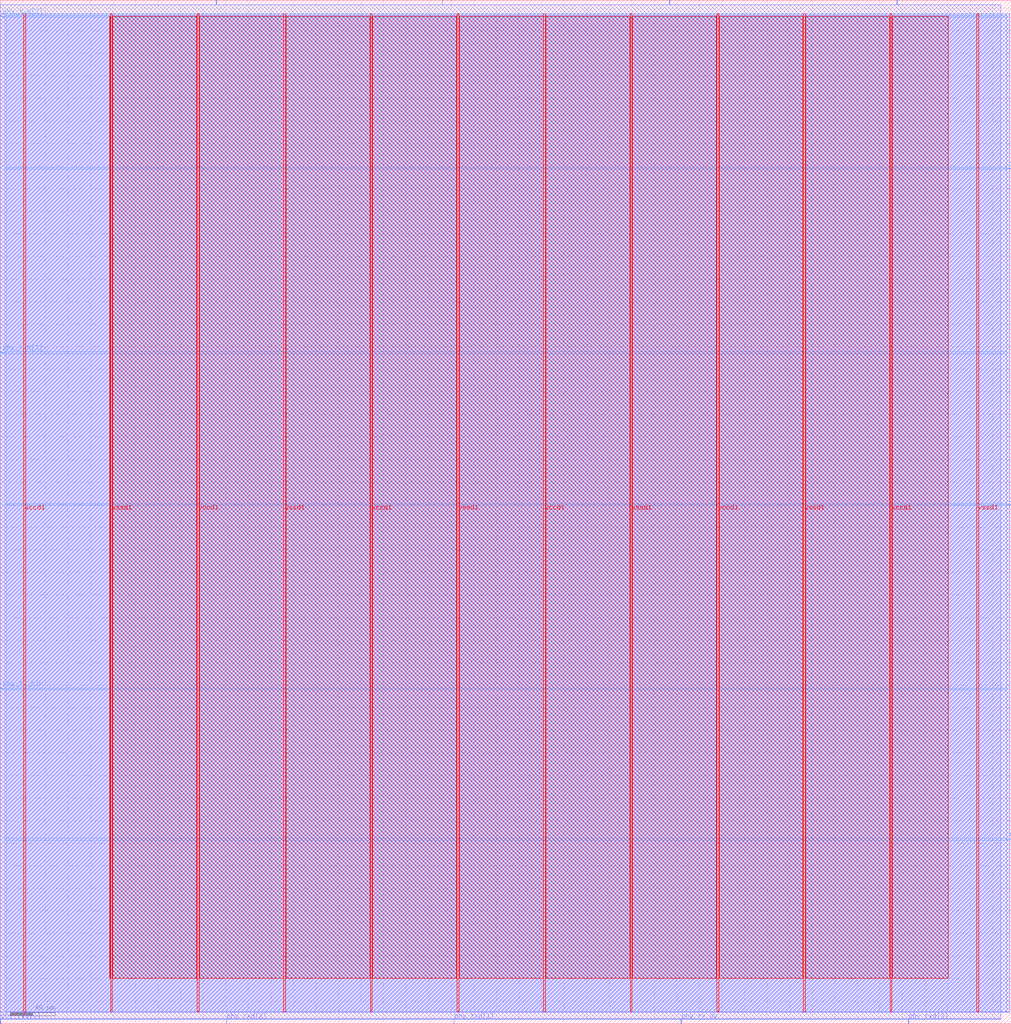
<source format=lef>
VERSION 5.7 ;
  NOWIREEXTENSIONATPIN ON ;
  DIVIDERCHAR "/" ;
  BUSBITCHARS "[]" ;
MACRO ethernet_100m
  CLASS BLOCK ;
  FOREIGN ethernet_100m ;
  ORIGIN 0.000 0.000 ;
  SIZE 896.400 BY 907.120 ;
  PIN clk
    DIRECTION INPUT ;
    USE SIGNAL ;
    PORT
      LAYER met3 ;
        RECT 892.400 459.720 896.400 460.320 ;
    END
  END clk
  PIN phy_rx_clk
    DIRECTION INPUT ;
    USE SIGNAL ;
    PORT
      LAYER met2 ;
        RECT 392.010 903.120 392.290 907.120 ;
    END
  END phy_rx_clk
  PIN phy_rx_dv
    DIRECTION INPUT ;
    USE SIGNAL ;
    PORT
      LAYER met2 ;
        RECT 603.610 0.000 603.890 4.000 ;
    END
  END phy_rx_dv
  PIN phy_rx_er
    DIRECTION INPUT ;
    USE SIGNAL ;
    PORT
      LAYER met2 ;
        RECT 593.490 903.120 593.770 907.120 ;
    END
  END phy_rx_er
  PIN phy_rxd[0]
    DIRECTION INPUT ;
    USE SIGNAL ;
    PORT
      LAYER met2 ;
        RECT 0.090 0.000 0.370 4.000 ;
    END
  END phy_rxd[0]
  PIN phy_rxd[1]
    DIRECTION INPUT ;
    USE SIGNAL ;
    PORT
      LAYER met3 ;
        RECT 0.000 594.360 4.000 594.960 ;
    END
  END phy_rxd[1]
  PIN phy_rxd[2]
    DIRECTION INPUT ;
    USE SIGNAL ;
    PORT
      LAYER met2 ;
        RECT 200.650 0.000 200.930 4.000 ;
    END
  END phy_rxd[2]
  PIN phy_rxd[3]
    DIRECTION INPUT ;
    USE SIGNAL ;
    PORT
      LAYER met2 ;
        RECT 805.090 0.000 805.370 4.000 ;
    END
  END phy_rxd[3]
  PIN phy_tx_clk
    DIRECTION INPUT ;
    USE SIGNAL ;
    PORT
      LAYER met3 ;
        RECT 0.000 296.520 4.000 297.120 ;
    END
  END phy_tx_clk
  PIN phy_tx_en
    DIRECTION OUTPUT TRISTATE ;
    USE SIGNAL ;
    PORT
      LAYER met3 ;
        RECT 892.400 757.560 896.400 758.160 ;
    END
  END phy_tx_en
  PIN phy_txd[0]
    DIRECTION OUTPUT TRISTATE ;
    USE SIGNAL ;
    PORT
      LAYER met2 ;
        RECT 794.970 903.120 795.250 907.120 ;
    END
  END phy_txd[0]
  PIN phy_txd[1]
    DIRECTION OUTPUT TRISTATE ;
    USE SIGNAL ;
    PORT
      LAYER met2 ;
        RECT 402.130 0.000 402.410 4.000 ;
    END
  END phy_txd[1]
  PIN phy_txd[2]
    DIRECTION OUTPUT TRISTATE ;
    USE SIGNAL ;
    PORT
      LAYER met3 ;
        RECT 0.000 892.200 4.000 892.800 ;
    END
  END phy_txd[2]
  PIN phy_txd[3]
    DIRECTION OUTPUT TRISTATE ;
    USE SIGNAL ;
    PORT
      LAYER met2 ;
        RECT 191.450 903.120 191.730 907.120 ;
    END
  END phy_txd[3]
  PIN rst
    DIRECTION INPUT ;
    USE SIGNAL ;
    PORT
      LAYER met3 ;
        RECT 892.400 163.240 896.400 163.840 ;
    END
  END rst
  PIN vccd1
    DIRECTION INPUT ;
    USE POWER ;
    PORT
      LAYER met4 ;
        RECT 21.040 10.640 22.640 895.120 ;
    END
    PORT
      LAYER met4 ;
        RECT 174.640 10.640 176.240 895.120 ;
    END
    PORT
      LAYER met4 ;
        RECT 328.240 10.640 329.840 895.120 ;
    END
    PORT
      LAYER met4 ;
        RECT 481.840 10.640 483.440 895.120 ;
    END
    PORT
      LAYER met4 ;
        RECT 635.440 10.640 637.040 895.120 ;
    END
    PORT
      LAYER met4 ;
        RECT 789.040 10.640 790.640 895.120 ;
    END
  END vccd1
  PIN vssd1
    DIRECTION INPUT ;
    USE GROUND ;
    PORT
      LAYER met4 ;
        RECT 97.840 10.640 99.440 895.120 ;
    END
    PORT
      LAYER met4 ;
        RECT 251.440 10.640 253.040 895.120 ;
    END
    PORT
      LAYER met4 ;
        RECT 405.040 10.640 406.640 895.120 ;
    END
    PORT
      LAYER met4 ;
        RECT 558.640 10.640 560.240 895.120 ;
    END
    PORT
      LAYER met4 ;
        RECT 712.240 10.640 713.840 895.120 ;
    END
    PORT
      LAYER met4 ;
        RECT 865.840 10.640 867.440 895.120 ;
    END
  END vssd1
  OBS
      LAYER li1 ;
        RECT 5.520 10.795 895.015 894.965 ;
      LAYER met1 ;
        RECT 0.070 10.240 895.075 895.120 ;
      LAYER met2 ;
        RECT 0.100 902.840 191.170 903.120 ;
        RECT 192.010 902.840 391.730 903.120 ;
        RECT 392.570 902.840 593.210 903.120 ;
        RECT 594.050 902.840 794.690 903.120 ;
        RECT 795.530 902.840 887.240 903.120 ;
        RECT 0.100 4.280 887.240 902.840 ;
        RECT 0.650 4.000 200.370 4.280 ;
        RECT 201.210 4.000 401.850 4.280 ;
        RECT 402.690 4.000 603.330 4.280 ;
        RECT 604.170 4.000 804.810 4.280 ;
        RECT 805.650 4.000 887.240 4.280 ;
      LAYER met3 ;
        RECT 4.000 893.200 892.400 895.045 ;
        RECT 4.400 891.800 892.400 893.200 ;
        RECT 4.000 758.560 892.400 891.800 ;
        RECT 4.000 757.160 892.000 758.560 ;
        RECT 4.000 595.360 892.400 757.160 ;
        RECT 4.400 593.960 892.400 595.360 ;
        RECT 4.000 460.720 892.400 593.960 ;
        RECT 4.000 459.320 892.000 460.720 ;
        RECT 4.000 297.520 892.400 459.320 ;
        RECT 4.400 296.120 892.400 297.520 ;
        RECT 4.000 164.240 892.400 296.120 ;
        RECT 4.000 162.840 892.000 164.240 ;
        RECT 4.000 10.715 892.400 162.840 ;
      LAYER met4 ;
        RECT 96.895 40.295 97.440 892.665 ;
        RECT 99.840 40.295 174.240 892.665 ;
        RECT 176.640 40.295 251.040 892.665 ;
        RECT 253.440 40.295 327.840 892.665 ;
        RECT 330.240 40.295 404.640 892.665 ;
        RECT 407.040 40.295 481.440 892.665 ;
        RECT 483.840 40.295 558.240 892.665 ;
        RECT 560.640 40.295 635.040 892.665 ;
        RECT 637.440 40.295 711.840 892.665 ;
        RECT 714.240 40.295 788.640 892.665 ;
        RECT 791.040 40.295 840.585 892.665 ;
  END
END ethernet_100m
END LIBRARY


</source>
